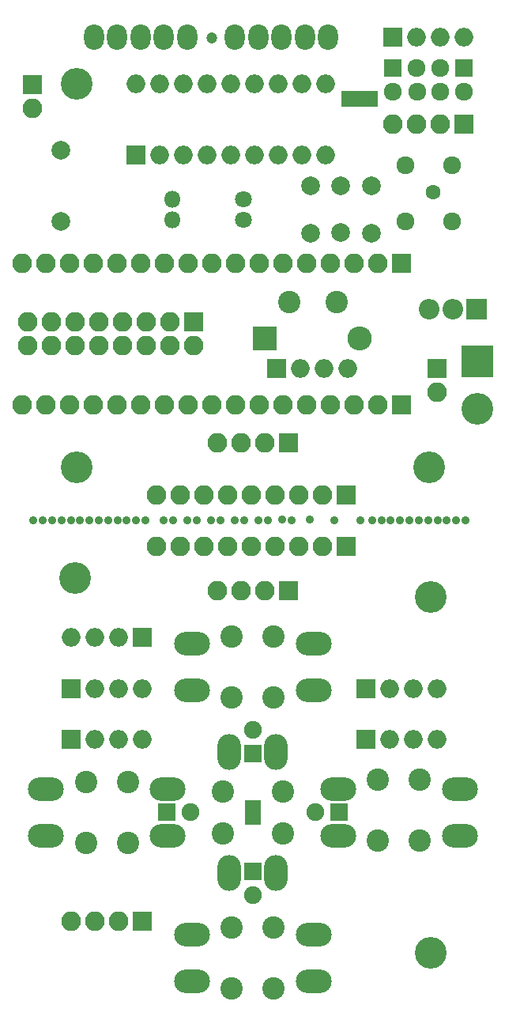
<source format=gbs>
G04 #@! TF.FileFunction,Soldermask,Bot*
%FSLAX45Y45*%
G04 Gerber Fmt 4.5, Leading zero omitted, Abs format (unit mm)*
G04 Created by KiCad (PCBNEW 4.0.7-e2-6376~58~ubuntu16.04.1) date Tue Oct 17 13:16:54 2017*
%MOMM*%
%LPD*%
G01*
G04 APERTURE LIST*
%ADD10C,0.020000*%
%ADD11R,1.900000X1.900000*%
%ADD12C,1.900000*%
%ADD13C,3.400000*%
%ADD14R,2.100000X2.100000*%
%ADD15O,2.100000X2.100000*%
%ADD16O,3.833200X2.514400*%
%ADD17O,2.514400X3.833200*%
%ADD18R,2.000000X2.000000*%
%ADD19O,2.000000X2.000000*%
%ADD20R,3.400000X3.400000*%
%ADD21R,2.600000X2.600000*%
%ADD22O,2.600000X2.600000*%
%ADD23C,2.400000*%
%ADD24C,2.000000*%
%ADD25C,1.800000*%
%ADD26O,1.800000X1.800000*%
%ADD27C,2.000200*%
%ADD28O,2.124000X2.710000*%
%ADD29R,1.924000X1.924000*%
%ADD30C,1.924000*%
%ADD31R,1.670000X1.370000*%
%ADD32R,2.200000X2.200000*%
%ADD33O,2.200000X2.200000*%
%ADD34R,1.370000X1.670000*%
%ADD35C,1.200000*%
%ADD36C,1.600000*%
%ADD37C,0.900000*%
G04 APERTURE END LIST*
D10*
D11*
X13425600Y-12099544D03*
D12*
X13171600Y-12099544D03*
D11*
X12500000Y-11468100D03*
D12*
X12500000Y-11214100D03*
D11*
X11574400Y-12099544D03*
D12*
X11828400Y-12099544D03*
D11*
X12500000Y-12735560D03*
D12*
X12500000Y-12989560D03*
D13*
X14403100Y-13600000D03*
D14*
X11316716Y-13267980D03*
D15*
X11062716Y-13267980D03*
X10808716Y-13267980D03*
X10554716Y-13267980D03*
D16*
X11850356Y-13412660D03*
X11850356Y-13912660D03*
X13150356Y-13912660D03*
X13150356Y-13412660D03*
X10285716Y-11850814D03*
X10285716Y-12350814D03*
X11585716Y-12350814D03*
X11585716Y-11850814D03*
D17*
X12750000Y-11449544D03*
X12250000Y-11449544D03*
X12250000Y-12749544D03*
X12750000Y-12749544D03*
D18*
X10552176Y-11320272D03*
D19*
X10806176Y-11320272D03*
X11060176Y-11320272D03*
X11314176Y-11320272D03*
D18*
X10552176Y-10774680D03*
D19*
X10806176Y-10774680D03*
X11060176Y-10774680D03*
X11314176Y-10774680D03*
D16*
X13414996Y-11848020D03*
X13414996Y-12348020D03*
X14714996Y-12348020D03*
X14714996Y-11848020D03*
D18*
X13711428Y-11320272D03*
D19*
X13965428Y-11320272D03*
X14219428Y-11320272D03*
X14473428Y-11320272D03*
D18*
X13711428Y-10774680D03*
D19*
X13965428Y-10774680D03*
X14219428Y-10774680D03*
X14473428Y-10774680D03*
D16*
X13150356Y-10794556D03*
X13150356Y-10294556D03*
X11850356Y-10294556D03*
X11850356Y-10794556D03*
D18*
X11318748Y-10229088D03*
D19*
X11064748Y-10229088D03*
X10810748Y-10229088D03*
X10556748Y-10229088D03*
D13*
X10599660Y-9592310D03*
X14402540Y-9795764D03*
D14*
X12881000Y-9723120D03*
D15*
X12627000Y-9723120D03*
X12373000Y-9723120D03*
X12119000Y-9723120D03*
D14*
X13500000Y-9250000D03*
D15*
X13246000Y-9250000D03*
X12992000Y-9250000D03*
X12738000Y-9250000D03*
X12484000Y-9250000D03*
X12230000Y-9250000D03*
X11976000Y-9250000D03*
X11722000Y-9250000D03*
X11468000Y-9250000D03*
D14*
X13500000Y-8700000D03*
D15*
X13246000Y-8700000D03*
X12992000Y-8700000D03*
X12738000Y-8700000D03*
X12484000Y-8700000D03*
X12230000Y-8700000D03*
X11976000Y-8700000D03*
X11722000Y-8700000D03*
X11468000Y-8700000D03*
D13*
X14385798Y-8405622D03*
D14*
X12881000Y-8139176D03*
D15*
X12627000Y-8139176D03*
X12373000Y-8139176D03*
X12119000Y-8139176D03*
D13*
X10614660Y-8404860D03*
D20*
X14903196Y-7273290D03*
D13*
X14903196Y-7781290D03*
D14*
X14470380Y-7349490D03*
D15*
X14470380Y-7603490D03*
D14*
X14089380Y-7739380D03*
D15*
X13835380Y-7739380D03*
X13581380Y-7739380D03*
X13327380Y-7739380D03*
X13073380Y-7739380D03*
X12819380Y-7739380D03*
X12565380Y-7739380D03*
X12311380Y-7739380D03*
X12057380Y-7739380D03*
X11803380Y-7739380D03*
X11549380Y-7739380D03*
X11295380Y-7739380D03*
X11041380Y-7739380D03*
X10787380Y-7739380D03*
X10533380Y-7739380D03*
X10279380Y-7739380D03*
X10025380Y-7739380D03*
D14*
X11869420Y-6847840D03*
D15*
X11869420Y-7101840D03*
X11615420Y-6847840D03*
X11615420Y-7101840D03*
X11361420Y-6847840D03*
X11361420Y-7101840D03*
X11107420Y-6847840D03*
X11107420Y-7101840D03*
X10853420Y-6847840D03*
X10853420Y-7101840D03*
X10599420Y-6847840D03*
X10599420Y-7101840D03*
X10345420Y-6847840D03*
X10345420Y-7101840D03*
X10091420Y-6847840D03*
X10091420Y-7101840D03*
D18*
X12758928Y-7350252D03*
D19*
X13012928Y-7350252D03*
X13266928Y-7350252D03*
X13520928Y-7350252D03*
D21*
X12629388Y-7022592D03*
D22*
X13645388Y-7022592D03*
D23*
X13397484Y-6636004D03*
X12889484Y-6635004D03*
D14*
X14089380Y-6225032D03*
D15*
X13835380Y-6225032D03*
X13581380Y-6225032D03*
X13327380Y-6225032D03*
X13073380Y-6225032D03*
X12819380Y-6225032D03*
X12565380Y-6225032D03*
X12311380Y-6225032D03*
X12057380Y-6225032D03*
X11803380Y-6225032D03*
X11549380Y-6225032D03*
X11295380Y-6225032D03*
X11041380Y-6225032D03*
X10787380Y-6225032D03*
X10533380Y-6225032D03*
X10279380Y-6225032D03*
X10025380Y-6225032D03*
D24*
X13771880Y-5895340D03*
X13771880Y-5395340D03*
X13444220Y-5394960D03*
X13444220Y-5894960D03*
D25*
X12400660Y-5758180D03*
D26*
X11638660Y-5758180D03*
D25*
X12400660Y-5532120D03*
D26*
X11638660Y-5532120D03*
D24*
X13116560Y-5895340D03*
X13116560Y-5395340D03*
D13*
X10614660Y-4300000D03*
D27*
X10444480Y-5772404D03*
X10444480Y-5012436D03*
D18*
X11244580Y-5059680D03*
D19*
X13276580Y-4297680D03*
X11498580Y-5059680D03*
X13022580Y-4297680D03*
X11752580Y-5059680D03*
X12768580Y-4297680D03*
X12006580Y-5059680D03*
X12514580Y-4297680D03*
X12260580Y-5059680D03*
X12260580Y-4297680D03*
X12514580Y-5059680D03*
X12006580Y-4297680D03*
X12768580Y-5059680D03*
X11752580Y-4297680D03*
X13022580Y-5059680D03*
X11498580Y-4297680D03*
X13276580Y-5059680D03*
X11244580Y-4297680D03*
D14*
X10142220Y-4310380D03*
D15*
X10142220Y-4564380D03*
D28*
X11297920Y-3799840D03*
X11547920Y-3799840D03*
X11797920Y-3799840D03*
X10797920Y-3799840D03*
X11047920Y-3799840D03*
X12806680Y-3799840D03*
X13056680Y-3799840D03*
X13306680Y-3799840D03*
X12306680Y-3799840D03*
X12556680Y-3799840D03*
D14*
X14765528Y-4732020D03*
D15*
X14511528Y-4732020D03*
X14257528Y-4732020D03*
X14003528Y-4732020D03*
D18*
X13997940Y-3799840D03*
D19*
X14251940Y-3799840D03*
X14505940Y-3799840D03*
X14759940Y-3799840D03*
D29*
X14003020Y-4130040D03*
D30*
X14257020Y-4130040D03*
X14511020Y-4130040D03*
D29*
X14765020Y-4130040D03*
D30*
X14765020Y-4384040D03*
X14511020Y-4384040D03*
X14262100Y-4384040D03*
X14003020Y-4384040D03*
D31*
X12500000Y-12035544D03*
X12500000Y-12163544D03*
D32*
X14897608Y-6711188D03*
D33*
X14643608Y-6711188D03*
X14389608Y-6711188D03*
D34*
X13774420Y-4457700D03*
X13647420Y-4457700D03*
X13520420Y-4457700D03*
D35*
X12057888Y-3811524D03*
D36*
X14428216Y-5459476D03*
D37*
X14778154Y-8969756D03*
X14678154Y-8969756D03*
X14578154Y-8969756D03*
X14478154Y-8969756D03*
X14378154Y-8969756D03*
X14278154Y-8969756D03*
X14178154Y-8969756D03*
X14078154Y-8969756D03*
X13978154Y-8969756D03*
X13878154Y-8969756D03*
X13778154Y-8969756D03*
X11350000Y-8969756D03*
X11250000Y-8969756D03*
X13648944Y-8970264D03*
X13369798Y-8970264D03*
X12916154Y-8969756D03*
X12662154Y-8969756D03*
X12408154Y-8969756D03*
X12154154Y-8969756D03*
X11900154Y-8969756D03*
X13106908Y-8967978D03*
X12815316Y-8967216D03*
X12560808Y-8970264D03*
X12307824Y-8969502D03*
X12052808Y-8969248D03*
X11800840Y-8969756D03*
X11545062Y-8969502D03*
X11646154Y-8969756D03*
X11150000Y-8969756D03*
X11050000Y-8969756D03*
X10950000Y-8969756D03*
X10850000Y-8969756D03*
X10750000Y-8969756D03*
X10650000Y-8969756D03*
X10550000Y-8969756D03*
X10450000Y-8969756D03*
X10350000Y-8969756D03*
X10250000Y-8969756D03*
X10150094Y-8969756D03*
D23*
X12725000Y-10871080D03*
X12275000Y-10871080D03*
X12725000Y-10221080D03*
X12275000Y-10221080D03*
X13839600Y-11749540D03*
X14289600Y-11749540D03*
X13839600Y-12399540D03*
X14289600Y-12399540D03*
X12725000Y-13985120D03*
X12275000Y-13985120D03*
X12725000Y-13335120D03*
X12275000Y-13335120D03*
X11160400Y-12424544D03*
X10710400Y-12424544D03*
X11160400Y-11774544D03*
X10710400Y-11774544D03*
X12175000Y-12324544D03*
X12175000Y-11874544D03*
X12825000Y-12324544D03*
X12825000Y-11874544D03*
D30*
X14635480Y-5773140D03*
X14132560Y-5773140D03*
X14132560Y-5168620D03*
X14635480Y-5168620D03*
M02*

</source>
